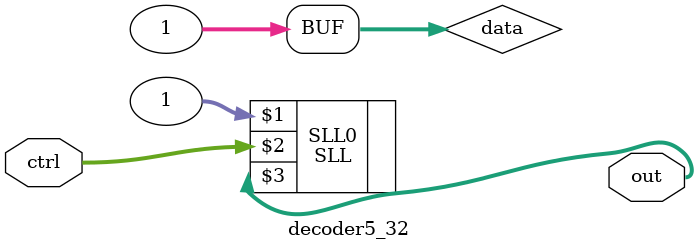
<source format=v>
module decoder5_32(ctrl,out);
  input [4:0] ctrl;
  output [31:0] out;
  
  wire [31:0] data;
  assign data = 32'b0000_0000_0000_0000_0000_0000_0000_0001;
  SLL SLL0(data,ctrl,out);
  
endmodule
</source>
